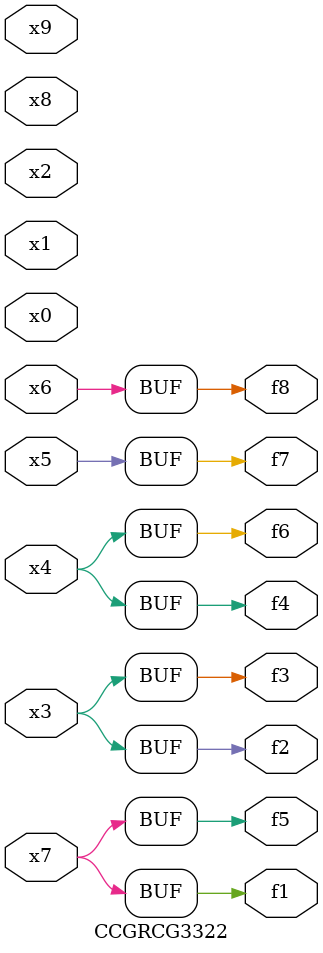
<source format=v>
module CCGRCG3322(
	input x0, x1, x2, x3, x4, x5, x6, x7, x8, x9,
	output f1, f2, f3, f4, f5, f6, f7, f8
);
	assign f1 = x7;
	assign f2 = x3;
	assign f3 = x3;
	assign f4 = x4;
	assign f5 = x7;
	assign f6 = x4;
	assign f7 = x5;
	assign f8 = x6;
endmodule

</source>
